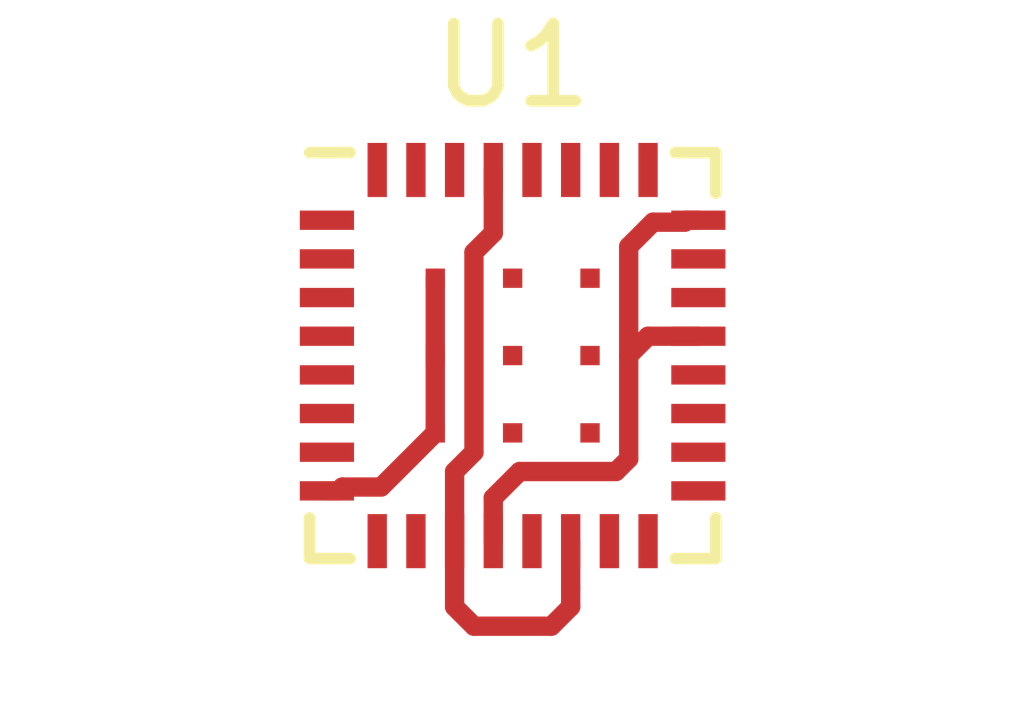
<source format=kicad_pcb>
(kicad_pcb (version 4) (host pcbnew 4.0.2-4+6225~38~ubuntu14.04.1-stable)

  (general
    (links 14)
    (no_connects 14)
    (area 0 0 0 0)
    (thickness 1.6)
    (drawings 0)
    (tracks 30)
    (zones 0)
    (modules 1)
    (nets 28)
  )

  (page A4)
  (layers
    (0 F.Cu signal)
    (31 B.Cu signal)
    (32 B.Adhes user)
    (33 F.Adhes user)
    (34 B.Paste user)
    (35 F.Paste user)
    (36 B.SilkS user)
    (37 F.SilkS user)
    (38 B.Mask user)
    (39 F.Mask user)
    (40 Dwgs.User user)
    (41 Cmts.User user)
    (42 Eco1.User user)
    (43 Eco2.User user)
    (44 Edge.Cuts user)
    (45 Margin user)
    (46 B.CrtYd user)
    (47 F.CrtYd user)
    (48 B.Fab user)
    (49 F.Fab user)
  )

  (setup
    (last_trace_width 0.25)
    (trace_clearance 0.2)
    (zone_clearance 0.508)
    (zone_45_only no)
    (trace_min 0.2)
    (segment_width 0.2)
    (edge_width 0.15)
    (via_size 0.6)
    (via_drill 0.4)
    (via_min_size 0.4)
    (via_min_drill 0.3)
    (uvia_size 0.3)
    (uvia_drill 0.1)
    (uvias_allowed no)
    (uvia_min_size 0.2)
    (uvia_min_drill 0.1)
    (pcb_text_width 0.3)
    (pcb_text_size 1.5 1.5)
    (mod_edge_width 0.15)
    (mod_text_size 1 1)
    (mod_text_width 0.15)
    (pad_size 1.524 1.524)
    (pad_drill 0.762)
    (pad_to_mask_clearance 0.2)
    (aux_axis_origin 0 0)
    (visible_elements FFFFFF7F)
    (pcbplotparams
      (layerselection 0x00030_80000001)
      (usegerberextensions false)
      (excludeedgelayer true)
      (linewidth 0.100000)
      (plotframeref false)
      (viasonmask false)
      (mode 1)
      (useauxorigin false)
      (hpglpennumber 1)
      (hpglpenspeed 20)
      (hpglpendiameter 15)
      (hpglpenoverlay 2)
      (psnegative false)
      (psa4output false)
      (plotreference true)
      (plotvalue true)
      (plotinvisibletext false)
      (padsonsilk false)
      (subtractmaskfromsilk false)
      (outputformat 1)
      (mirror false)
      (drillshape 1)
      (scaleselection 1)
      (outputdirectory ""))
  )

  (net 0 "")
  (net 1 /SPI0_CS)
  (net 2 "Net-(P1-Pad3)")
  (net 3 "Net-(P1-Pad4)")
  (net 4 "Net-(SW1-Pad2)")
  (net 5 "Net-(SW2-Pad2)")
  (net 6 +BATT)
  (net 7 GND)
  (net 8 "Net-(L1-Pad2)")
  (net 9 "Net-(L1-Pad1)")
  (net 10 +1V8)
  (net 11 "Net-(U1-Pad12)")
  (net 12 "Net-(R3-Pad2)")
  (net 13 "Net-(C5-Pad1)")
  (net 14 "Net-(C6-Pad1)")
  (net 15 "Net-(R4-Pad2)")
  (net 16 "Net-(C4-Pad1)")
  (net 17 "Net-(C2-Pad1)")
  (net 18 "Net-(C1-Pad1)")
  (net 19 "Net-(C7-Pad1)")
  (net 20 "Net-(C7-Pad2)")
  (net 21 /I2C0_SCL)
  (net 22 /I2C0_SDA)
  (net 23 /UART0_RX)
  (net 24 /UART0_TX)
  (net 25 /SPI0_SCK)
  (net 26 /SPI0_MISO)
  (net 27 /SPI0_MOSI)

  (net_class Default "This is the default net class."
    (clearance 0.2)
    (trace_width 0.25)
    (via_dia 0.6)
    (via_drill 0.4)
    (uvia_dia 0.3)
    (uvia_drill 0.1)
    (add_net +1V8)
    (add_net +BATT)
    (add_net /I2C0_SCL)
    (add_net /I2C0_SDA)
    (add_net /SPI0_CS)
    (add_net /SPI0_MISO)
    (add_net /SPI0_MOSI)
    (add_net /SPI0_SCK)
    (add_net /UART0_RX)
    (add_net /UART0_TX)
    (add_net GND)
    (add_net "Net-(C1-Pad1)")
    (add_net "Net-(C2-Pad1)")
    (add_net "Net-(C4-Pad1)")
    (add_net "Net-(C5-Pad1)")
    (add_net "Net-(C6-Pad1)")
    (add_net "Net-(C7-Pad1)")
    (add_net "Net-(C7-Pad2)")
    (add_net "Net-(L1-Pad1)")
    (add_net "Net-(L1-Pad2)")
    (add_net "Net-(P1-Pad3)")
    (add_net "Net-(P1-Pad4)")
    (add_net "Net-(R3-Pad2)")
    (add_net "Net-(R4-Pad2)")
    (add_net "Net-(SW1-Pad2)")
    (add_net "Net-(SW2-Pad2)")
    (add_net "Net-(U1-Pad12)")
  )

  (module libraries:QFN-41-1EP_5x5mm_Pitch0.5mm (layer F.Cu) (tedit 5729ECAE) (tstamp 572A0413)
    (at 145 102.5)
    (descr "UH Package; 32-Lead Plastic QFN (5mm x 5mm); (see Linear Technology QFN_32_05-08-1693.pdf)")
    (tags "QFN 0.5")
    (path /572A048E)
    (attr smd)
    (fp_text reference U1 (at 0 -3.75) (layer F.SilkS)
      (effects (font (size 1 1) (thickness 0.15)))
    )
    (fp_text value MKW30Z160VHM4 (at 0 3.75) (layer F.Fab)
      (effects (font (size 1 1) (thickness 0.15)))
    )
    (fp_line (start -3 -3) (end -3 3) (layer F.CrtYd) (width 0.05))
    (fp_line (start 3 -3) (end 3 3) (layer F.CrtYd) (width 0.05))
    (fp_line (start -3 -3) (end 3 -3) (layer F.CrtYd) (width 0.05))
    (fp_line (start -3 3) (end 3 3) (layer F.CrtYd) (width 0.05))
    (fp_line (start 2.625 -2.625) (end 2.625 -2.1) (layer F.SilkS) (width 0.15))
    (fp_line (start -2.625 2.625) (end -2.625 2.1) (layer F.SilkS) (width 0.15))
    (fp_line (start 2.625 2.625) (end 2.625 2.1) (layer F.SilkS) (width 0.15))
    (fp_line (start -2.625 -2.625) (end -2.1 -2.625) (layer F.SilkS) (width 0.15))
    (fp_line (start -2.625 2.625) (end -2.1 2.625) (layer F.SilkS) (width 0.15))
    (fp_line (start 2.625 2.625) (end 2.1 2.625) (layer F.SilkS) (width 0.15))
    (fp_line (start 2.625 -2.625) (end 2.1 -2.625) (layer F.SilkS) (width 0.15))
    (pad 1 smd rect (at -2.4 -1.75) (size 0.7 0.25) (layers F.Cu F.Paste F.Mask)
      (net 1 /SPI0_CS) (solder_mask_margin 0.07))
    (pad 2 smd rect (at -2.4 -1.25) (size 0.7 0.25) (layers F.Cu F.Paste F.Mask)
      (net 2 "Net-(P1-Pad3)") (solder_mask_margin 0.07))
    (pad 3 smd rect (at -2.4 -0.75) (size 0.7 0.25) (layers F.Cu F.Paste F.Mask)
      (net 3 "Net-(P1-Pad4)") (solder_mask_margin 0.07))
    (pad 4 smd rect (at -2.4 -0.25) (size 0.7 0.25) (layers F.Cu F.Paste F.Mask)
      (net 4 "Net-(SW1-Pad2)") (solder_mask_margin 0.07))
    (pad 5 smd rect (at -2.4 0.25) (size 0.7 0.25) (layers F.Cu F.Paste F.Mask)
      (net 5 "Net-(SW2-Pad2)") (solder_mask_margin 0.07))
    (pad 6 smd rect (at -2.4 0.75) (size 0.7 0.25) (layers F.Cu F.Paste F.Mask)
      (net 6 +BATT) (solder_mask_margin 0.07))
    (pad 7 smd rect (at -2.4 1.25) (size 0.7 0.25) (layers F.Cu F.Paste F.Mask)
      (net 6 +BATT) (solder_mask_margin 0.07))
    (pad 8 smd rect (at -2.4 1.75) (size 0.7 0.25) (layers F.Cu F.Paste F.Mask)
      (net 7 GND) (solder_mask_margin 0.07))
    (pad 9 smd rect (at -1.75 2.4 90) (size 0.7 0.25) (layers F.Cu F.Paste F.Mask)
      (net 8 "Net-(L1-Pad2)") (solder_mask_margin 0.07))
    (pad 10 smd rect (at -1.25 2.4 90) (size 0.7 0.25) (layers F.Cu F.Paste F.Mask)
      (net 9 "Net-(L1-Pad1)") (solder_mask_margin 0.07))
    (pad 11 smd rect (at -0.75 2.4 90) (size 0.7 0.25) (layers F.Cu F.Paste F.Mask)
      (net 10 +1V8) (solder_mask_margin 0.07))
    (pad 12 smd rect (at -0.25 2.4 90) (size 0.7 0.25) (layers F.Cu F.Paste F.Mask)
      (net 11 "Net-(U1-Pad12)") (solder_mask_margin 0.07))
    (pad 13 smd rect (at 0.25 2.4 90) (size 0.7 0.25) (layers F.Cu F.Paste F.Mask)
      (net 12 "Net-(R3-Pad2)") (solder_mask_margin 0.07))
    (pad 14 smd rect (at 0.75 2.4 90) (size 0.7 0.25) (layers F.Cu F.Paste F.Mask)
      (net 10 +1V8) (solder_mask_margin 0.07))
    (pad 15 smd rect (at 1.25 2.4 90) (size 0.7 0.25) (layers F.Cu F.Paste F.Mask)
      (net 13 "Net-(C5-Pad1)") (solder_mask_margin 0.07))
    (pad 16 smd rect (at 1.75 2.4 90) (size 0.7 0.25) (layers F.Cu F.Paste F.Mask)
      (net 14 "Net-(C6-Pad1)") (solder_mask_margin 0.07))
    (pad 17 smd rect (at 2.4 1.75) (size 0.7 0.25) (layers F.Cu F.Paste F.Mask)
      (net 15 "Net-(R4-Pad2)") (solder_mask_margin 0.07))
    (pad 18 smd rect (at 2.4 1.25) (size 0.7 0.25) (layers F.Cu F.Paste F.Mask)
      (net 16 "Net-(C4-Pad1)") (solder_mask_margin 0.07))
    (pad 19 smd rect (at 2.4 0.75) (size 0.7 0.25) (layers F.Cu F.Paste F.Mask)
      (net 17 "Net-(C2-Pad1)") (solder_mask_margin 0.07))
    (pad 20 smd rect (at 2.4 0.25) (size 0.7 0.25) (layers F.Cu F.Paste F.Mask)
      (net 18 "Net-(C1-Pad1)") (solder_mask_margin 0.07))
    (pad 21 smd rect (at 2.4 -0.25) (size 0.7 0.25) (layers F.Cu F.Paste F.Mask)
      (net 11 "Net-(U1-Pad12)") (solder_mask_margin 0.07))
    (pad 22 smd rect (at 2.4 -0.75) (size 0.7 0.25) (layers F.Cu F.Paste F.Mask)
      (net 19 "Net-(C7-Pad1)") (solder_mask_margin 0.07))
    (pad 23 smd rect (at 2.4 -1.25) (size 0.7 0.25) (layers F.Cu F.Paste F.Mask)
      (net 20 "Net-(C7-Pad2)") (solder_mask_margin 0.07))
    (pad 24 smd rect (at 2.4 -1.75) (size 0.7 0.25) (layers F.Cu F.Paste F.Mask)
      (net 11 "Net-(U1-Pad12)") (solder_mask_margin 0.07))
    (pad 25 smd rect (at 1.75 -2.4 90) (size 0.7 0.25) (layers F.Cu F.Paste F.Mask)
      (net 21 /I2C0_SCL) (solder_mask_margin 0.07))
    (pad 26 smd rect (at 1.25 -2.4 90) (size 0.7 0.25) (layers F.Cu F.Paste F.Mask)
      (net 22 /I2C0_SDA) (solder_mask_margin 0.07))
    (pad 27 smd rect (at 0.75 -2.4 90) (size 0.7 0.25) (layers F.Cu F.Paste F.Mask)
      (net 23 /UART0_RX) (solder_mask_margin 0.07))
    (pad 28 smd rect (at 0.25 -2.4 90) (size 0.7 0.25) (layers F.Cu F.Paste F.Mask)
      (net 24 /UART0_TX) (solder_mask_margin 0.07))
    (pad 29 smd rect (at -0.25 -2.4 90) (size 0.7 0.25) (layers F.Cu F.Paste F.Mask)
      (net 10 +1V8) (solder_mask_margin 0.07))
    (pad 30 smd rect (at -0.75 -2.4 90) (size 0.7 0.25) (layers F.Cu F.Paste F.Mask)
      (net 25 /SPI0_SCK) (solder_mask_margin 0.07))
    (pad 31 smd rect (at -1.25 -2.4 90) (size 0.7 0.25) (layers F.Cu F.Paste F.Mask)
      (net 26 /SPI0_MISO) (solder_mask_margin 0.07))
    (pad 32 smd rect (at -1.75 -2.4 90) (size 0.7 0.25) (layers F.Cu F.Paste F.Mask)
      (net 27 /SPI0_MOSI) (solder_mask_margin 0.07))
    (pad 33 smd rect (at -1 -1) (size 0.25 0.25) (layers F.Cu F.Paste F.Mask)
      (net 7 GND) (solder_mask_margin 0.07))
    (pad 34 smd rect (at 0 -1) (size 0.25 0.25) (layers F.Cu F.Paste F.Mask)
      (net 7 GND) (solder_mask_margin 0.07))
    (pad 35 smd rect (at 1 -1) (size 0.25 0.25) (layers F.Cu F.Paste F.Mask)
      (net 7 GND) (solder_mask_margin 0.07))
    (pad 36 smd rect (at -1 0) (size 0.25 0.25) (layers F.Cu F.Paste F.Mask)
      (net 7 GND) (solder_mask_margin 0.07))
    (pad 37 smd rect (at 0 0) (size 0.25 0.25) (layers F.Cu F.Paste F.Mask)
      (net 7 GND) (solder_mask_margin 0.07))
    (pad 38 smd rect (at 1 0) (size 0.25 0.25) (layers F.Cu F.Paste F.Mask)
      (net 7 GND) (solder_mask_margin 0.07))
    (pad 39 smd rect (at -1 1) (size 0.25 0.25) (layers F.Cu F.Paste F.Mask)
      (net 7 GND) (solder_mask_margin 0.07))
    (pad 40 smd rect (at 0 1) (size 0.25 0.25) (layers F.Cu F.Paste F.Mask)
      (net 7 GND) (solder_mask_margin 0.07))
    (pad 41 smd rect (at 1 1) (size 0.25 0.25) (layers F.Cu F.Paste F.Mask)
      (net 7 GND) (solder_mask_margin 0.07))
    (model Housings_DFN_QFN.3dshapes/QFN-32-1EP_5x5mm_Pitch0.5mm.wrl
      (at (xyz 0 0 0))
      (scale (xyz 1 1 1))
      (rotate (xyz 0 0 0))
    )
  )

  (segment (start 144 102.5) (end 144 101.5) (width 0.25) (layer F.Cu) (net 7))
  (segment (start 144 103.5) (end 144 102.5) (width 0.25) (layer F.Cu) (net 7))
  (segment (start 142.6 104.25) (end 142.75 104.25) (width 0.25) (layer F.Cu) (net 7))
  (segment (start 142.75 104.25) (end 142.799999 104.200001) (width 0.25) (layer F.Cu) (net 7))
  (segment (start 142.799999 104.200001) (end 143.299999 104.200001) (width 0.25) (layer F.Cu) (net 7))
  (segment (start 143.299999 104.200001) (end 144 103.5) (width 0.25) (layer F.Cu) (net 7))
  (segment (start 144.75 100.1) (end 144.75 100.914998) (width 0.25) (layer F.Cu) (net 10))
  (segment (start 144.75 100.914998) (end 144.5 101.164998) (width 0.25) (layer F.Cu) (net 10))
  (segment (start 144.5 101.164998) (end 144.5 103.749991) (width 0.25) (layer F.Cu) (net 10))
  (segment (start 144.25 104.9) (end 144.25 103.999991) (width 0.25) (layer F.Cu) (net 10))
  (segment (start 144.25 103.999991) (end 144.5 103.749991) (width 0.25) (layer F.Cu) (net 10))
  (segment (start 144.5 106) (end 145.5 106) (width 0.25) (layer F.Cu) (net 10))
  (segment (start 145.75 105.5) (end 145.75 104.9) (width 0.25) (layer F.Cu) (net 10))
  (segment (start 145.5 106) (end 145.75 105.75) (width 0.25) (layer F.Cu) (net 10))
  (segment (start 145.75 105.75) (end 145.75 105.5) (width 0.25) (layer F.Cu) (net 10))
  (segment (start 144.25 105.75) (end 144.5 106) (width 0.25) (layer F.Cu) (net 10))
  (segment (start 144.25 104.9) (end 144.25 105.75) (width 0.25) (layer F.Cu) (net 10))
  (segment (start 146.5 102.55) (end 146.5 102.5) (width 0.25) (layer F.Cu) (net 11))
  (segment (start 146.5 102.5) (end 146.5 101.089998) (width 0.25) (layer F.Cu) (net 11))
  (segment (start 147.4 102.25) (end 146.75 102.25) (width 0.25) (layer F.Cu) (net 11))
  (segment (start 146.75 102.25) (end 146.5 102.5) (width 0.25) (layer F.Cu) (net 11))
  (segment (start 147.4 100.75) (end 147.25 100.75) (width 0.25) (layer F.Cu) (net 11))
  (segment (start 147.25 100.75) (end 147.224999 100.775001) (width 0.25) (layer F.Cu) (net 11))
  (segment (start 147.224999 100.775001) (end 146.814997 100.775001) (width 0.25) (layer F.Cu) (net 11))
  (segment (start 146.814997 100.775001) (end 146.5 101.089998) (width 0.25) (layer F.Cu) (net 11))
  (segment (start 146.5 103.835002) (end 146.5 102.55) (width 0.25) (layer F.Cu) (net 11))
  (segment (start 145.089998 104) (end 146.335002 104) (width 0.25) (layer F.Cu) (net 11))
  (segment (start 146.335002 104) (end 146.5 103.835002) (width 0.25) (layer F.Cu) (net 11))
  (segment (start 144.75 104.9) (end 144.75 104.339998) (width 0.25) (layer F.Cu) (net 11))
  (segment (start 144.75 104.339998) (end 145.089998 104) (width 0.25) (layer F.Cu) (net 11))

)

</source>
